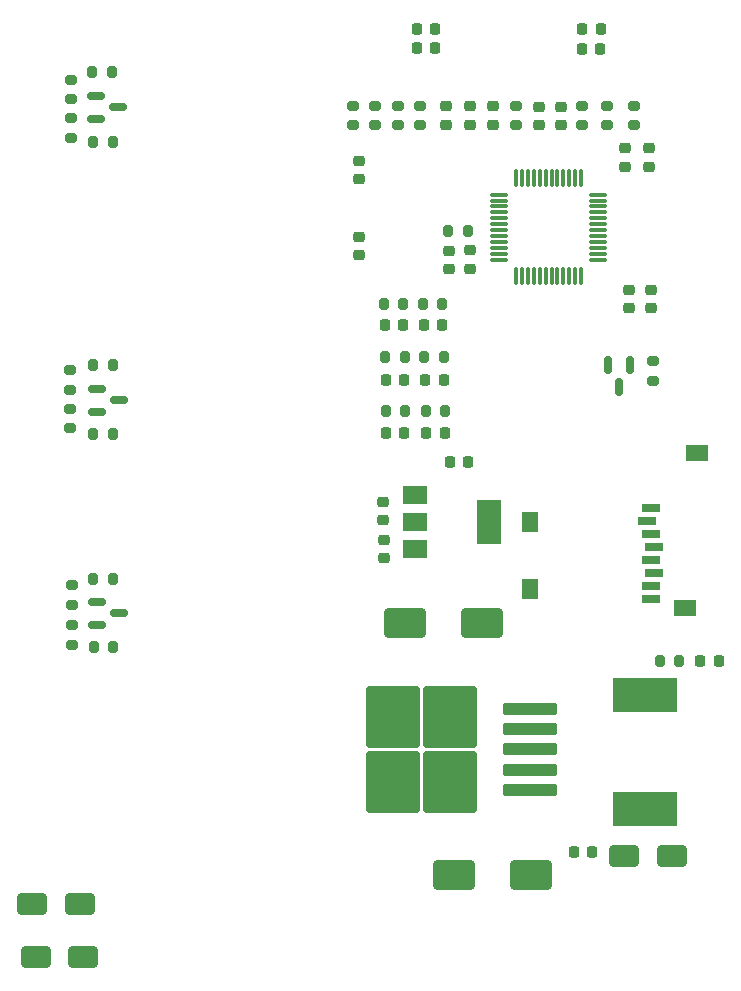
<source format=gbr>
G04 #@! TF.GenerationSoftware,KiCad,Pcbnew,7.0.11-rc3*
G04 #@! TF.CreationDate,2025-08-13T16:24:40+03:00*
G04 #@! TF.ProjectId,Neonest_V_1.3,4e656f6e-6573-4745-9f56-5f312e332e6b,rev?*
G04 #@! TF.SameCoordinates,Original*
G04 #@! TF.FileFunction,Paste,Top*
G04 #@! TF.FilePolarity,Positive*
%FSLAX46Y46*%
G04 Gerber Fmt 4.6, Leading zero omitted, Abs format (unit mm)*
G04 Created by KiCad (PCBNEW 7.0.11-rc3) date 2025-08-13 16:24:40*
%MOMM*%
%LPD*%
G01*
G04 APERTURE LIST*
G04 Aperture macros list*
%AMRoundRect*
0 Rectangle with rounded corners*
0 $1 Rounding radius*
0 $2 $3 $4 $5 $6 $7 $8 $9 X,Y pos of 4 corners*
0 Add a 4 corners polygon primitive as box body*
4,1,4,$2,$3,$4,$5,$6,$7,$8,$9,$2,$3,0*
0 Add four circle primitives for the rounded corners*
1,1,$1+$1,$2,$3*
1,1,$1+$1,$4,$5*
1,1,$1+$1,$6,$7*
1,1,$1+$1,$8,$9*
0 Add four rect primitives between the rounded corners*
20,1,$1+$1,$2,$3,$4,$5,0*
20,1,$1+$1,$4,$5,$6,$7,0*
20,1,$1+$1,$6,$7,$8,$9,0*
20,1,$1+$1,$8,$9,$2,$3,0*%
G04 Aperture macros list end*
%ADD10RoundRect,0.075000X-0.075000X-0.662500X0.075000X-0.662500X0.075000X0.662500X-0.075000X0.662500X0*%
%ADD11RoundRect,0.075000X-0.662500X-0.075000X0.662500X-0.075000X0.662500X0.075000X-0.662500X0.075000X0*%
%ADD12RoundRect,0.200000X-0.200000X-0.275000X0.200000X-0.275000X0.200000X0.275000X-0.200000X0.275000X0*%
%ADD13RoundRect,0.250000X1.500000X1.000000X-1.500000X1.000000X-1.500000X-1.000000X1.500000X-1.000000X0*%
%ADD14RoundRect,0.225000X-0.225000X-0.250000X0.225000X-0.250000X0.225000X0.250000X-0.225000X0.250000X0*%
%ADD15RoundRect,0.250000X1.000000X0.650000X-1.000000X0.650000X-1.000000X-0.650000X1.000000X-0.650000X0*%
%ADD16RoundRect,0.218750X0.218750X0.256250X-0.218750X0.256250X-0.218750X-0.256250X0.218750X-0.256250X0*%
%ADD17RoundRect,0.200000X0.275000X-0.200000X0.275000X0.200000X-0.275000X0.200000X-0.275000X-0.200000X0*%
%ADD18RoundRect,0.225000X0.250000X-0.225000X0.250000X0.225000X-0.250000X0.225000X-0.250000X-0.225000X0*%
%ADD19RoundRect,0.150000X-0.587500X-0.150000X0.587500X-0.150000X0.587500X0.150000X-0.587500X0.150000X0*%
%ADD20RoundRect,0.200000X-0.275000X0.200000X-0.275000X-0.200000X0.275000X-0.200000X0.275000X0.200000X0*%
%ADD21RoundRect,0.250000X2.050000X0.300000X-2.050000X0.300000X-2.050000X-0.300000X2.050000X-0.300000X0*%
%ADD22RoundRect,0.250000X2.025000X2.375000X-2.025000X2.375000X-2.025000X-2.375000X2.025000X-2.375000X0*%
%ADD23RoundRect,0.225000X-0.250000X0.225000X-0.250000X-0.225000X0.250000X-0.225000X0.250000X0.225000X0*%
%ADD24RoundRect,0.200000X0.200000X0.275000X-0.200000X0.275000X-0.200000X-0.275000X0.200000X-0.275000X0*%
%ADD25R,1.400000X1.800000*%
%ADD26R,1.900000X1.400000*%
%ADD27R,1.500000X0.800000*%
%ADD28RoundRect,0.218750X0.256250X-0.218750X0.256250X0.218750X-0.256250X0.218750X-0.256250X-0.218750X0*%
%ADD29RoundRect,0.225000X0.225000X0.250000X-0.225000X0.250000X-0.225000X-0.250000X0.225000X-0.250000X0*%
%ADD30R,2.000000X1.500000*%
%ADD31R,2.000000X3.800000*%
%ADD32R,5.400000X2.900000*%
%ADD33RoundRect,0.150000X-0.150000X0.587500X-0.150000X-0.587500X0.150000X-0.587500X0.150000X0.587500X0*%
G04 APERTURE END LIST*
D10*
G04 #@! TO.C,U3*
X162820000Y-70907500D03*
X163320000Y-70907500D03*
X163820000Y-70907500D03*
X164320000Y-70907500D03*
X164820000Y-70907500D03*
X165320000Y-70907500D03*
X165820000Y-70907500D03*
X166320000Y-70907500D03*
X166820000Y-70907500D03*
X167320000Y-70907500D03*
X167820000Y-70907500D03*
X168320000Y-70907500D03*
D11*
X169732500Y-72320000D03*
X169732500Y-72820000D03*
X169732500Y-73320000D03*
X169732500Y-73820000D03*
X169732500Y-74320000D03*
X169732500Y-74820000D03*
X169732500Y-75320000D03*
X169732500Y-75820000D03*
X169732500Y-76320000D03*
X169732500Y-76820000D03*
X169732500Y-77320000D03*
X169732500Y-77820000D03*
D10*
X168320000Y-79232500D03*
X167820000Y-79232500D03*
X167320000Y-79232500D03*
X166820000Y-79232500D03*
X166320000Y-79232500D03*
X165820000Y-79232500D03*
X165320000Y-79232500D03*
X164820000Y-79232500D03*
X164320000Y-79232500D03*
X163820000Y-79232500D03*
X163320000Y-79232500D03*
X162820000Y-79232500D03*
D11*
X161407500Y-77820000D03*
X161407500Y-77320000D03*
X161407500Y-76820000D03*
X161407500Y-76320000D03*
X161407500Y-75820000D03*
X161407500Y-75320000D03*
X161407500Y-74820000D03*
X161407500Y-74320000D03*
X161407500Y-73820000D03*
X161407500Y-73320000D03*
X161407500Y-72820000D03*
X161407500Y-72320000D03*
G04 #@! TD*
D12*
G04 #@! TO.C,R1*
X151725000Y-86080000D03*
X153375000Y-86080000D03*
G04 #@! TD*
D13*
G04 #@! TO.C,C8*
X159900000Y-108550000D03*
X153400000Y-108550000D03*
G04 #@! TD*
D14*
G04 #@! TO.C,C27*
X154425000Y-59940000D03*
X155975000Y-59940000D03*
G04 #@! TD*
D13*
G04 #@! TO.C,C3*
X164100000Y-129900000D03*
X157600000Y-129900000D03*
G04 #@! TD*
D12*
G04 #@! TO.C,R3*
X151790000Y-90640000D03*
X153440000Y-90640000D03*
G04 #@! TD*
D15*
G04 #@! TO.C,D3*
X175977500Y-128330000D03*
X171977500Y-128330000D03*
G04 #@! TD*
D16*
G04 #@! TO.C,D4*
X179977500Y-111820000D03*
X178402500Y-111820000D03*
G04 #@! TD*
D17*
G04 #@! TO.C,R16*
X125090000Y-92120000D03*
X125090000Y-90470000D03*
G04 #@! TD*
D18*
G04 #@! TO.C,C17*
X166620000Y-66415000D03*
X166620000Y-64865000D03*
G04 #@! TD*
D17*
G04 #@! TO.C,R10*
X162830000Y-66435000D03*
X162830000Y-64785000D03*
G04 #@! TD*
G04 #@! TO.C,R19*
X125190000Y-110415000D03*
X125190000Y-108765000D03*
G04 #@! TD*
D14*
G04 #@! TO.C,C5*
X155215000Y-92540000D03*
X156765000Y-92540000D03*
G04 #@! TD*
G04 #@! TO.C,C28*
X154405000Y-58310000D03*
X155955000Y-58310000D03*
G04 #@! TD*
D19*
G04 #@! TO.C,Q4*
X127340000Y-106820000D03*
X127340000Y-108720000D03*
X129215000Y-107770000D03*
G04 #@! TD*
D20*
G04 #@! TO.C,R27*
X125125000Y-62585000D03*
X125125000Y-64235000D03*
G04 #@! TD*
D21*
G04 #@! TO.C,U1*
X163975000Y-122700000D03*
X163975000Y-121000000D03*
X163975000Y-119300000D03*
D22*
X157250000Y-122075000D03*
X157250000Y-116525000D03*
X152400000Y-122075000D03*
X152400000Y-116525000D03*
D21*
X163975000Y-117600000D03*
X163975000Y-115900000D03*
G04 #@! TD*
D17*
G04 #@! TO.C,R11*
X168410000Y-66455000D03*
X168410000Y-64805000D03*
G04 #@! TD*
D20*
G04 #@! TO.C,R29*
X150870000Y-64795000D03*
X150870000Y-66445000D03*
G04 #@! TD*
D23*
G04 #@! TO.C,C22*
X156890000Y-64850000D03*
X156890000Y-66400000D03*
G04 #@! TD*
D24*
G04 #@! TO.C,R22*
X128665000Y-104845000D03*
X127015000Y-104845000D03*
G04 #@! TD*
D23*
G04 #@! TO.C,C14*
X172380000Y-81942500D03*
X172380000Y-80392500D03*
G04 #@! TD*
D12*
G04 #@! TO.C,R6*
X154925000Y-81560000D03*
X156575000Y-81560000D03*
G04 #@! TD*
D24*
G04 #@! TO.C,R17*
X128675000Y-86760000D03*
X127025000Y-86760000D03*
G04 #@! TD*
D20*
G04 #@! TO.C,R8*
X174440000Y-86445000D03*
X174440000Y-88095000D03*
G04 #@! TD*
D23*
G04 #@! TO.C,C11*
X151600000Y-101555000D03*
X151600000Y-103105000D03*
G04 #@! TD*
D20*
G04 #@! TO.C,R18*
X125190000Y-105390000D03*
X125190000Y-107040000D03*
G04 #@! TD*
D15*
G04 #@! TO.C,D1*
X125867500Y-132350000D03*
X121867500Y-132350000D03*
G04 #@! TD*
D24*
G04 #@! TO.C,R25*
X128585000Y-61905000D03*
X126935000Y-61905000D03*
G04 #@! TD*
D20*
G04 #@! TO.C,R15*
X125070000Y-87180000D03*
X125070000Y-88830000D03*
G04 #@! TD*
D25*
G04 #@! TO.C,J3*
X163970000Y-105750000D03*
D26*
X177120000Y-107350000D03*
D25*
X163970000Y-100050000D03*
D26*
X178120000Y-94200000D03*
D27*
X174270000Y-106560000D03*
X174270000Y-105460000D03*
X174470000Y-104360000D03*
X174270000Y-103260000D03*
X174470000Y-102160000D03*
X174270000Y-101060000D03*
X173870000Y-99960000D03*
X174270000Y-98860000D03*
G04 #@! TD*
D23*
G04 #@! TO.C,C13*
X174230000Y-81952500D03*
X174230000Y-80402500D03*
G04 #@! TD*
D12*
G04 #@! TO.C,R5*
X151625000Y-81560000D03*
X153275000Y-81560000D03*
G04 #@! TD*
G04 #@! TO.C,R7*
X174980000Y-111790000D03*
X176630000Y-111790000D03*
G04 #@! TD*
D19*
G04 #@! TO.C,Q2*
X127325000Y-88785000D03*
X127325000Y-90685000D03*
X129200000Y-89735000D03*
G04 #@! TD*
D20*
G04 #@! TO.C,R14*
X172770000Y-64805000D03*
X172770000Y-66455000D03*
G04 #@! TD*
D12*
G04 #@! TO.C,R2*
X155060000Y-86070000D03*
X156710000Y-86070000D03*
G04 #@! TD*
D14*
G04 #@! TO.C,C4*
X167725000Y-128000000D03*
X169275000Y-128000000D03*
G04 #@! TD*
D28*
G04 #@! TO.C,D5*
X160870000Y-66425000D03*
X160870000Y-64850000D03*
G04 #@! TD*
D29*
G04 #@! TO.C,C12*
X158760000Y-94990000D03*
X157210000Y-94990000D03*
G04 #@! TD*
G04 #@! TO.C,C6*
X153365000Y-92540000D03*
X151815000Y-92540000D03*
G04 #@! TD*
D15*
G04 #@! TO.C,D2*
X126160000Y-136850000D03*
X122160000Y-136850000D03*
G04 #@! TD*
D12*
G04 #@! TO.C,R24*
X127035000Y-67905000D03*
X128685000Y-67905000D03*
G04 #@! TD*
D23*
G04 #@! TO.C,C19*
X174040000Y-68392500D03*
X174040000Y-69942500D03*
G04 #@! TD*
D14*
G04 #@! TO.C,C10*
X155000000Y-83360000D03*
X156550000Y-83360000D03*
G04 #@! TD*
D12*
G04 #@! TO.C,R4*
X155190000Y-90640000D03*
X156840000Y-90640000D03*
G04 #@! TD*
D19*
G04 #@! TO.C,Q7*
X127260000Y-63980000D03*
X127260000Y-65880000D03*
X129135000Y-64930000D03*
G04 #@! TD*
D23*
G04 #@! TO.C,C23*
X149520000Y-69475000D03*
X149520000Y-71025000D03*
G04 #@! TD*
D18*
G04 #@! TO.C,C24*
X149550000Y-77455000D03*
X149550000Y-75905000D03*
G04 #@! TD*
D20*
G04 #@! TO.C,R30*
X152860000Y-64805000D03*
X152860000Y-66455000D03*
G04 #@! TD*
D18*
G04 #@! TO.C,C18*
X164740000Y-66415000D03*
X164740000Y-64865000D03*
G04 #@! TD*
D29*
G04 #@! TO.C,C1*
X153345000Y-88040000D03*
X151795000Y-88040000D03*
G04 #@! TD*
D23*
G04 #@! TO.C,C20*
X172080000Y-68392500D03*
X172080000Y-69942500D03*
G04 #@! TD*
D30*
G04 #@! TO.C,U2*
X154230000Y-97760000D03*
X154230000Y-100060000D03*
D31*
X160530000Y-100060000D03*
D30*
X154230000Y-102360000D03*
G04 #@! TD*
D29*
G04 #@! TO.C,C7*
X153250000Y-83360000D03*
X151700000Y-83360000D03*
G04 #@! TD*
D23*
G04 #@! TO.C,C21*
X158880000Y-64850000D03*
X158880000Y-66400000D03*
G04 #@! TD*
G04 #@! TO.C,C16*
X158890000Y-77045000D03*
X158890000Y-78595000D03*
G04 #@! TD*
D24*
G04 #@! TO.C,R12*
X158725000Y-75410000D03*
X157075000Y-75410000D03*
G04 #@! TD*
D20*
G04 #@! TO.C,R28*
X149000000Y-64795000D03*
X149000000Y-66445000D03*
G04 #@! TD*
D12*
G04 #@! TO.C,R21*
X127000000Y-92560000D03*
X128650000Y-92560000D03*
G04 #@! TD*
D14*
G04 #@! TO.C,C26*
X168426000Y-58330000D03*
X169976000Y-58330000D03*
G04 #@! TD*
D32*
G04 #@! TO.C,L1*
X173770000Y-124360000D03*
X173770000Y-114660000D03*
G04 #@! TD*
D17*
G04 #@! TO.C,R26*
X125155000Y-67510000D03*
X125155000Y-65860000D03*
G04 #@! TD*
D23*
G04 #@! TO.C,C15*
X157120000Y-77095000D03*
X157120000Y-78645000D03*
G04 #@! TD*
D14*
G04 #@! TO.C,C25*
X168410000Y-60030000D03*
X169960000Y-60030000D03*
G04 #@! TD*
D12*
G04 #@! TO.C,R23*
X127040000Y-110645000D03*
X128690000Y-110645000D03*
G04 #@! TD*
D20*
G04 #@! TO.C,R13*
X170490000Y-64800000D03*
X170490000Y-66450000D03*
G04 #@! TD*
D18*
G04 #@! TO.C,C9*
X151540000Y-99860000D03*
X151540000Y-98310000D03*
G04 #@! TD*
D33*
G04 #@! TO.C,Q1*
X171510000Y-88645000D03*
X170560000Y-86770000D03*
X172460000Y-86770000D03*
G04 #@! TD*
D14*
G04 #@! TO.C,C2*
X155145000Y-88040000D03*
X156695000Y-88040000D03*
G04 #@! TD*
D17*
G04 #@! TO.C,R9*
X154700000Y-66450000D03*
X154700000Y-64800000D03*
G04 #@! TD*
M02*

</source>
